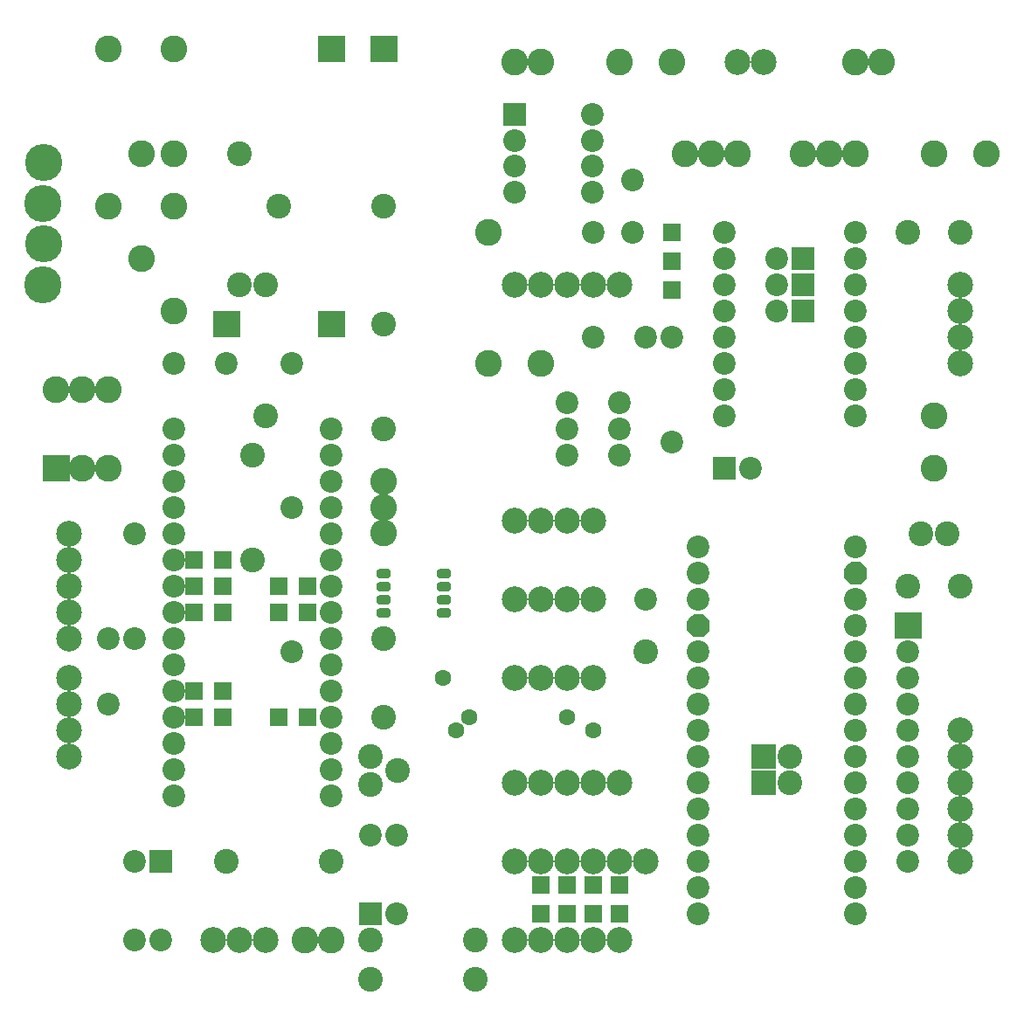
<source format=gbr>
%FSLAX34Y34*%
%MOMM*%
%LNSOLDERMASK_BOTTOM*%
G71*
G01*
%ADD10C, 2.200*%
%ADD11C, 2.400*%
%ADD12C, 2.600*%
%ADD13C, 3.600*%
%ADD14C, 2.500*%
%ADD15C, 1.600*%
%ADD16C, 0.200*%
%ADD17R, 0.700X0.700*%
%ADD18C, 2.200*%
%ADD19R, 1.800X1.800*%
%LPD*%
X330200Y215900D02*
G54D10*
D03*
X330200Y241300D02*
G54D10*
D03*
X330200Y266700D02*
G54D10*
D03*
X330200Y292100D02*
G54D10*
D03*
X330200Y317500D02*
G54D10*
D03*
X330200Y342900D02*
G54D10*
D03*
X330200Y368300D02*
G54D10*
D03*
X330200Y393700D02*
G54D10*
D03*
X330200Y419100D02*
G54D10*
D03*
X330200Y444500D02*
G54D10*
D03*
X330200Y469900D02*
G54D10*
D03*
X330200Y495300D02*
G54D10*
D03*
X330200Y520700D02*
G54D10*
D03*
X330200Y546100D02*
G54D10*
D03*
X330200Y571500D02*
G54D10*
D03*
X177800Y215900D02*
G54D10*
D03*
X177800Y241300D02*
G54D10*
D03*
X177800Y266700D02*
G54D10*
D03*
X177800Y292100D02*
G54D10*
D03*
X177800Y317500D02*
G54D10*
D03*
X177800Y342900D02*
G54D10*
D03*
X177800Y368300D02*
G54D10*
D03*
X177800Y393700D02*
G54D10*
D03*
X177800Y419100D02*
G54D10*
D03*
X177800Y444500D02*
G54D10*
D03*
X177800Y469899D02*
G54D10*
D03*
X177800Y495300D02*
G54D10*
D03*
X177800Y520700D02*
G54D10*
D03*
X177800Y546100D02*
G54D10*
D03*
X177800Y571500D02*
G54D10*
D03*
X330200Y546100D02*
G54D10*
D03*
X177798Y495303D02*
G54D10*
D03*
X368300Y254000D02*
G54D11*
D03*
X368300Y226700D02*
G54D11*
D03*
X394650Y240350D02*
G54D11*
D03*
X381000Y292100D02*
G54D11*
D03*
X381000Y368300D02*
G54D11*
D03*
X177800Y939800D02*
G54D12*
D03*
X177800Y838200D02*
G54D12*
D03*
X146050Y838200D02*
G54D12*
D03*
X146050Y736600D02*
G54D12*
D03*
X114300Y939800D02*
G54D12*
D03*
X114300Y787400D02*
G54D12*
D03*
G36*
X50500Y520400D02*
X50500Y546400D01*
X76500Y546400D01*
X76500Y520400D01*
X50500Y520400D01*
G37*
X88900Y533400D02*
G54D12*
D03*
X114300Y533400D02*
G54D12*
D03*
X63500Y609600D02*
G54D12*
D03*
X88900Y609600D02*
G54D12*
D03*
X114300Y609600D02*
G54D12*
D03*
X50800Y711200D02*
G54D13*
D03*
X51300Y750700D02*
G54D13*
D03*
X50800Y790200D02*
G54D13*
D03*
X51300Y829700D02*
G54D13*
D03*
X381000Y787400D02*
G54D11*
D03*
X279400Y787400D02*
G54D11*
D03*
X241300Y711200D02*
G54D11*
D03*
X241300Y838200D02*
G54D11*
D03*
X266700Y584200D02*
G54D11*
D03*
X266700Y711200D02*
G54D11*
D03*
X177800Y787400D02*
G54D12*
D03*
X177800Y685800D02*
G54D12*
D03*
X381000Y673100D02*
G54D11*
D03*
X381000Y571500D02*
G54D11*
D03*
X139700Y469900D02*
G54D10*
D03*
X139700Y368300D02*
G54D10*
D03*
X381000Y520700D02*
G54D12*
D03*
X381000Y495700D02*
G54D12*
D03*
X381000Y470700D02*
G54D12*
D03*
X114300Y304800D02*
G54D10*
D03*
X114300Y368300D02*
G54D10*
D03*
X838200Y101600D02*
G54D10*
D03*
X838200Y127000D02*
G54D10*
D03*
X838200Y152400D02*
G54D10*
D03*
X838200Y177800D02*
G54D10*
D03*
X838200Y203200D02*
G54D10*
D03*
X838200Y228600D02*
G54D10*
D03*
X838200Y254000D02*
G54D10*
D03*
X838200Y279400D02*
G54D10*
D03*
X838200Y304800D02*
G54D10*
D03*
X838200Y330200D02*
G54D10*
D03*
X838200Y355600D02*
G54D10*
D03*
X838200Y381000D02*
G54D10*
D03*
X838200Y406400D02*
G54D10*
D03*
X838200Y431800D02*
G54D10*
D03*
X838200Y457200D02*
G54D10*
D03*
X685800Y101600D02*
G54D10*
D03*
X685800Y127000D02*
G54D10*
D03*
X685800Y152400D02*
G54D10*
D03*
X685800Y177800D02*
G54D10*
D03*
X685800Y203200D02*
G54D10*
D03*
X685800Y228600D02*
G54D10*
D03*
X685800Y254000D02*
G54D10*
D03*
X685800Y279400D02*
G54D10*
D03*
X685800Y304800D02*
G54D10*
D03*
X685800Y330200D02*
G54D10*
D03*
X685800Y355600D02*
G54D10*
D03*
X685800Y381000D02*
G54D10*
D03*
X685800Y406400D02*
G54D10*
D03*
X685800Y431800D02*
G54D10*
D03*
X685800Y457200D02*
G54D10*
D03*
G36*
X833635Y420800D02*
X827200Y427235D01*
X827200Y436365D01*
X833635Y442800D01*
X842765Y442800D01*
X849200Y436365D01*
X849200Y427235D01*
X842765Y420800D01*
X833635Y420800D01*
G37*
G36*
X681233Y370003D02*
X674798Y376438D01*
X674798Y385568D01*
X681233Y392003D01*
X690363Y392003D01*
X696798Y385568D01*
X696798Y376438D01*
X690363Y370003D01*
X681233Y370003D01*
G37*
X889000Y355600D02*
G54D10*
D03*
X889000Y330200D02*
G54D10*
D03*
X889000Y304800D02*
G54D10*
D03*
X889000Y279400D02*
G54D10*
D03*
X889000Y254000D02*
G54D10*
D03*
X889000Y228600D02*
G54D10*
D03*
X889000Y203200D02*
G54D10*
D03*
X889000Y177800D02*
G54D10*
D03*
X889000Y152400D02*
G54D10*
D03*
X584200Y330200D02*
G54D14*
D03*
X558800Y330200D02*
G54D14*
D03*
X533400Y330200D02*
G54D14*
D03*
X508000Y330200D02*
G54D14*
D03*
X558800Y292100D02*
G54D15*
D03*
X584200Y279400D02*
G54D15*
D03*
X838200Y736600D02*
G54D10*
D03*
X838200Y762000D02*
G54D10*
D03*
X838200Y685800D02*
G54D10*
D03*
X838200Y711200D02*
G54D10*
D03*
X838200Y635000D02*
G54D10*
D03*
X838200Y660400D02*
G54D10*
D03*
X838200Y584200D02*
G54D10*
D03*
X838200Y609600D02*
G54D10*
D03*
X711200Y635000D02*
G54D10*
D03*
X711200Y660400D02*
G54D10*
D03*
X711200Y584200D02*
G54D10*
D03*
X711200Y609600D02*
G54D10*
D03*
X711200Y736600D02*
G54D10*
D03*
X711200Y762000D02*
G54D10*
D03*
X711200Y685800D02*
G54D10*
D03*
X711200Y711200D02*
G54D10*
D03*
X609600Y927100D02*
G54D12*
D03*
X660400Y927100D02*
G54D12*
D03*
X482600Y762000D02*
G54D10*
D03*
X584200Y762000D02*
G54D10*
D03*
X622300Y812800D02*
G54D10*
D03*
X622300Y762000D02*
G54D10*
D03*
X584200Y660400D02*
G54D10*
D03*
X635000Y660400D02*
G54D10*
D03*
X660400Y660400D02*
G54D10*
D03*
X660400Y558800D02*
G54D10*
D03*
X939800Y635000D02*
G54D14*
D03*
X939800Y660400D02*
G54D14*
D03*
X939800Y685800D02*
G54D14*
D03*
X939800Y711200D02*
G54D14*
D03*
X76200Y444500D02*
G54D14*
D03*
X76200Y419100D02*
G54D14*
D03*
X76200Y393700D02*
G54D14*
D03*
X76200Y368300D02*
G54D14*
D03*
X76200Y469900D02*
G54D14*
D03*
X76200Y330200D02*
G54D14*
D03*
X76200Y304800D02*
G54D14*
D03*
X76200Y279400D02*
G54D14*
D03*
X76200Y254000D02*
G54D14*
D03*
X584200Y711200D02*
G54D14*
D03*
X558800Y711200D02*
G54D14*
D03*
X533400Y711200D02*
G54D14*
D03*
X508000Y711200D02*
G54D14*
D03*
X609600Y711200D02*
G54D14*
D03*
X863600Y927100D02*
G54D12*
D03*
X838200Y927100D02*
G54D12*
D03*
G36*
X876000Y394000D02*
X902000Y394000D01*
X902000Y368000D01*
X876000Y368000D01*
X876000Y394000D01*
G37*
X482600Y635000D02*
G54D12*
D03*
X533400Y635000D02*
G54D12*
D03*
X533400Y927100D02*
G54D12*
D03*
X508000Y927100D02*
G54D12*
D03*
G36*
X374619Y391350D02*
X376219Y389750D01*
X385019Y389750D01*
X386519Y391350D01*
X386519Y395250D01*
X385019Y396850D01*
X376219Y396850D01*
X374619Y395250D01*
X374619Y391350D01*
G37*
G54D16*
X374619Y391350D02*
X376219Y389750D01*
X385019Y389750D01*
X386519Y391350D01*
X386519Y395250D01*
X385019Y396850D01*
X376219Y396850D01*
X374619Y395250D01*
X374619Y391350D01*
X381000Y393700D02*
G54D17*
D03*
G36*
X374619Y404050D02*
X376219Y402450D01*
X385019Y402450D01*
X386519Y404050D01*
X386519Y407950D01*
X385019Y409550D01*
X376219Y409550D01*
X374619Y407950D01*
X374619Y404050D01*
G37*
G54D16*
X374619Y404050D02*
X376219Y402450D01*
X385019Y402450D01*
X386519Y404050D01*
X386519Y407950D01*
X385019Y409550D01*
X376219Y409550D01*
X374619Y407950D01*
X374619Y404050D01*
G36*
X374619Y416750D02*
X376219Y415150D01*
X385019Y415150D01*
X386519Y416750D01*
X386519Y420650D01*
X385019Y422250D01*
X376219Y422250D01*
X374619Y420650D01*
X374619Y416750D01*
G37*
G54D16*
X374619Y416750D02*
X376219Y415150D01*
X385019Y415150D01*
X386519Y416750D01*
X386519Y420650D01*
X385019Y422250D01*
X376219Y422250D01*
X374619Y420650D01*
X374619Y416750D01*
G36*
X374619Y429450D02*
X376219Y427850D01*
X385019Y427850D01*
X386519Y429450D01*
X386519Y433350D01*
X385019Y434950D01*
X376219Y434950D01*
X374619Y433350D01*
X374619Y429450D01*
G37*
G54D16*
X374619Y429450D02*
X376219Y427850D01*
X385019Y427850D01*
X386519Y429450D01*
X386519Y433350D01*
X385019Y434950D01*
X376219Y434950D01*
X374619Y433350D01*
X374619Y429450D01*
X381000Y406400D02*
G54D17*
D03*
X381000Y419100D02*
G54D17*
D03*
X381000Y431800D02*
G54D17*
D03*
G36*
X445319Y395250D02*
X443719Y396850D01*
X434919Y396850D01*
X433419Y395250D01*
X433419Y391350D01*
X434919Y389750D01*
X443719Y389750D01*
X445319Y391350D01*
X445319Y395250D01*
G37*
G54D16*
X445319Y395250D02*
X443719Y396850D01*
X434919Y396850D01*
X433419Y395250D01*
X433419Y391350D01*
X434919Y389750D01*
X443719Y389750D01*
X445319Y391350D01*
X445319Y395250D01*
G36*
X445319Y407950D02*
X443719Y409550D01*
X434919Y409550D01*
X433419Y407950D01*
X433419Y404050D01*
X434919Y402450D01*
X443719Y402450D01*
X445319Y404050D01*
X445319Y407950D01*
G37*
G54D16*
X445319Y407950D02*
X443719Y409550D01*
X434919Y409550D01*
X433419Y407950D01*
X433419Y404050D01*
X434919Y402450D01*
X443719Y402450D01*
X445319Y404050D01*
X445319Y407950D01*
G36*
X445319Y420650D02*
X443719Y422250D01*
X434919Y422250D01*
X433419Y420650D01*
X433419Y416750D01*
X434919Y415150D01*
X443719Y415150D01*
X445319Y416750D01*
X445319Y420650D01*
G37*
G54D16*
X445319Y420650D02*
X443719Y422250D01*
X434919Y422250D01*
X433419Y420650D01*
X433419Y416750D01*
X434919Y415150D01*
X443719Y415150D01*
X445319Y416750D01*
X445319Y420650D01*
G36*
X445319Y433350D02*
X443719Y434950D01*
X434919Y434950D01*
X433419Y433350D01*
X433419Y429450D01*
X434919Y427850D01*
X443719Y427850D01*
X445319Y429450D01*
X445319Y433350D01*
G37*
G54D16*
X445319Y433350D02*
X443719Y434950D01*
X434919Y434950D01*
X433419Y433350D01*
X433419Y429450D01*
X434919Y427850D01*
X443719Y427850D01*
X445319Y429450D01*
X445319Y433350D01*
X438150Y392906D02*
G54D17*
D03*
X438150Y405606D02*
G54D17*
D03*
X438150Y418306D02*
G54D17*
D03*
X438150Y431006D02*
G54D17*
D03*
X463550Y292100D02*
G54D15*
D03*
X450850Y279400D02*
G54D15*
D03*
X438150Y330200D02*
G54D15*
D03*
X292100Y355600D02*
G54D18*
D03*
G36*
X357300Y90600D02*
X357300Y112600D01*
X379300Y112600D01*
X379300Y90600D01*
X357300Y90600D01*
G37*
X393800Y101600D02*
G54D10*
D03*
X368300Y178100D02*
G54D10*
D03*
X393800Y178100D02*
G54D10*
D03*
X558800Y596900D02*
G54D10*
D03*
X558800Y546100D02*
G54D10*
D03*
X558800Y571500D02*
G54D10*
D03*
X609600Y596900D02*
G54D10*
D03*
X609600Y546100D02*
G54D10*
D03*
X609600Y571500D02*
G54D10*
D03*
G36*
X394000Y952800D02*
X394000Y926800D01*
X368000Y926800D01*
X368000Y952800D01*
X394000Y952800D01*
G37*
G36*
X343200Y952800D02*
X343200Y926800D01*
X317200Y926800D01*
X317200Y952800D01*
X343200Y952800D01*
G37*
G36*
X343200Y686100D02*
X343200Y660100D01*
X317200Y660100D01*
X317200Y686100D01*
X343200Y686100D01*
G37*
G36*
X241600Y686100D02*
X241600Y660100D01*
X215600Y660100D01*
X215600Y686100D01*
X241600Y686100D01*
G37*
X469900Y38100D02*
G54D11*
D03*
X368300Y38100D02*
G54D11*
D03*
X889000Y762000D02*
G54D11*
D03*
X939800Y762000D02*
G54D11*
D03*
X927100Y469900D02*
G54D11*
D03*
X901700Y469900D02*
G54D11*
D03*
X533400Y76200D02*
G54D14*
D03*
X558800Y76200D02*
G54D14*
D03*
X584200Y76200D02*
G54D14*
D03*
X609600Y76200D02*
G54D14*
D03*
X508000Y76200D02*
G54D14*
D03*
X292100Y495300D02*
G54D18*
D03*
G36*
X798400Y725600D02*
X776400Y725600D01*
X776400Y747600D01*
X798400Y747600D01*
X798400Y725600D01*
G37*
X762000Y736600D02*
G54D10*
D03*
G36*
X798400Y700200D02*
X776400Y700200D01*
X776400Y722200D01*
X798400Y722200D01*
X798400Y700200D01*
G37*
X762000Y711200D02*
G54D10*
D03*
G36*
X798400Y674800D02*
X776400Y674800D01*
X776400Y696800D01*
X798400Y696800D01*
X798400Y674800D01*
G37*
X762000Y685800D02*
G54D10*
D03*
G36*
X700200Y544400D02*
X722200Y544400D01*
X722200Y522400D01*
X700200Y522400D01*
X700200Y544400D01*
G37*
X736600Y533400D02*
G54D10*
D03*
G36*
X737300Y266000D02*
X761300Y266000D01*
X761300Y242000D01*
X737300Y242000D01*
X737300Y266000D01*
G37*
X774700Y254000D02*
G54D11*
D03*
G36*
X737300Y240600D02*
X761300Y240600D01*
X761300Y216600D01*
X737300Y216600D01*
X737300Y240600D01*
G37*
X774700Y228600D02*
G54D11*
D03*
X469900Y76200D02*
G54D11*
D03*
X368300Y76200D02*
G54D11*
D03*
X508000Y711200D02*
G54D10*
D03*
X863600Y927100D02*
G54D10*
D03*
X838200Y431800D02*
G54D10*
D03*
X609600Y596900D02*
G54D10*
D03*
X508000Y927100D02*
G54D10*
D03*
X76200Y469900D02*
G54D10*
D03*
X76200Y330200D02*
G54D10*
D03*
X177798Y495303D02*
G54D10*
D03*
X330200Y546100D02*
G54D10*
D03*
X394650Y240350D02*
G54D10*
D03*
X304800Y76200D02*
G54D12*
D03*
X330200Y76200D02*
G54D12*
D03*
X228600Y152400D02*
G54D11*
D03*
X330200Y152400D02*
G54D11*
D03*
G36*
X176100Y163400D02*
X176100Y141400D01*
X154100Y141400D01*
X154100Y163400D01*
X176100Y163400D01*
G37*
X139600Y152400D02*
G54D10*
D03*
X165100Y75900D02*
G54D10*
D03*
X139600Y75900D02*
G54D10*
D03*
X482600Y635000D02*
G54D12*
D03*
X482600Y762000D02*
G54D12*
D03*
X660400Y734000D02*
G54D19*
D03*
X660400Y762000D02*
G54D19*
D03*
X660400Y706000D02*
G54D19*
D03*
X660400Y734000D02*
G54D19*
D03*
X939800Y203200D02*
G54D14*
D03*
X939800Y228600D02*
G54D14*
D03*
X939800Y254000D02*
G54D14*
D03*
X939800Y279400D02*
G54D14*
D03*
X939800Y177800D02*
G54D14*
D03*
X939800Y152400D02*
G54D14*
D03*
X889000Y419100D02*
G54D11*
D03*
X939800Y419100D02*
G54D11*
D03*
X965200Y838200D02*
G54D12*
D03*
X914400Y838200D02*
G54D12*
D03*
X914400Y584200D02*
G54D12*
D03*
X914400Y533400D02*
G54D12*
D03*
X787400Y838200D02*
G54D12*
D03*
X838200Y838200D02*
G54D12*
D03*
X812806Y838200D02*
G54D12*
D03*
X508000Y851300D02*
G54D10*
D03*
X583000Y851300D02*
G54D10*
D03*
X583000Y826300D02*
G54D10*
D03*
X583000Y801300D02*
G54D10*
D03*
X583000Y876300D02*
G54D10*
D03*
X508000Y826300D02*
G54D10*
D03*
X508000Y801300D02*
G54D10*
D03*
G36*
X519000Y865300D02*
X497000Y865300D01*
X497000Y887300D01*
X519000Y887300D01*
X519000Y865300D01*
G37*
X254000Y444500D02*
G54D11*
D03*
X254000Y546100D02*
G54D11*
D03*
X292100Y635000D02*
G54D18*
D03*
X635000Y355600D02*
G54D11*
D03*
X635000Y406400D02*
G54D10*
D03*
X228600Y635000D02*
G54D10*
D03*
X177800Y635000D02*
G54D10*
D03*
X558800Y152400D02*
G54D14*
D03*
X584200Y152400D02*
G54D14*
D03*
X609600Y152400D02*
G54D14*
D03*
X635000Y152400D02*
G54D14*
D03*
X533400Y152400D02*
G54D14*
D03*
X508000Y152400D02*
G54D14*
D03*
X584200Y228600D02*
G54D14*
D03*
X558800Y228600D02*
G54D14*
D03*
X533400Y228600D02*
G54D14*
D03*
X508000Y228600D02*
G54D14*
D03*
X609600Y228600D02*
G54D14*
D03*
X584200Y482600D02*
G54D14*
D03*
X558800Y482600D02*
G54D14*
D03*
X533400Y482600D02*
G54D14*
D03*
X508000Y482600D02*
G54D14*
D03*
X508000Y406400D02*
G54D14*
D03*
X533400Y406400D02*
G54D14*
D03*
X558800Y406400D02*
G54D14*
D03*
X584200Y406400D02*
G54D14*
D03*
X215600Y75900D02*
G54D14*
D03*
X241000Y75900D02*
G54D14*
D03*
X266400Y75900D02*
G54D14*
D03*
X673100Y838200D02*
G54D12*
D03*
X723900Y838200D02*
G54D12*
D03*
X698506Y838200D02*
G54D12*
D03*
X749300Y927100D02*
G54D14*
D03*
X723900Y927100D02*
G54D14*
D03*
X307400Y292100D02*
G54D19*
D03*
X279400Y292100D02*
G54D19*
D03*
X307400Y393700D02*
G54D19*
D03*
X279400Y393700D02*
G54D19*
D03*
X307400Y419100D02*
G54D19*
D03*
X279400Y419100D02*
G54D19*
D03*
X224850Y444500D02*
G54D19*
D03*
X196850Y444500D02*
G54D19*
D03*
X224850Y419100D02*
G54D19*
D03*
X196850Y419100D02*
G54D19*
D03*
X224850Y317500D02*
G54D19*
D03*
X196850Y317500D02*
G54D19*
D03*
X224850Y292100D02*
G54D19*
D03*
X196850Y292100D02*
G54D19*
D03*
X224850Y393700D02*
G54D19*
D03*
X196850Y393700D02*
G54D19*
D03*
X533400Y101600D02*
G54D19*
D03*
X533400Y129600D02*
G54D19*
D03*
X558800Y101600D02*
G54D19*
D03*
X558800Y129600D02*
G54D19*
D03*
X584200Y101600D02*
G54D19*
D03*
X584200Y129600D02*
G54D19*
D03*
X609600Y101600D02*
G54D19*
D03*
X609600Y129600D02*
G54D19*
D03*
M02*

</source>
